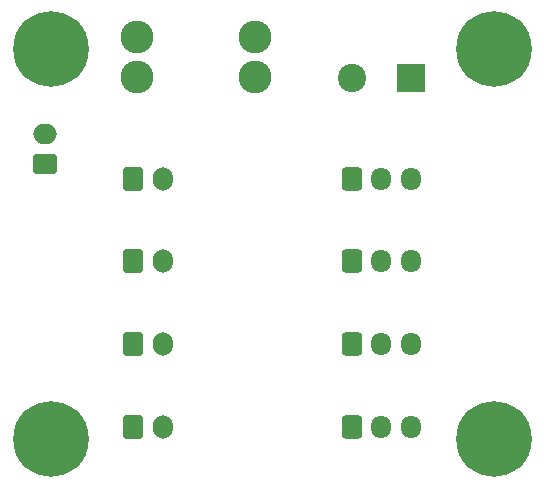
<source format=gbr>
%TF.GenerationSoftware,KiCad,Pcbnew,7.0.10*%
%TF.CreationDate,2024-02-05T17:12:21+01:00*%
%TF.ProjectId,led-driver-board-4gang,6c65642d-6472-4697-9665-722d626f6172,rev?*%
%TF.SameCoordinates,Original*%
%TF.FileFunction,Soldermask,Bot*%
%TF.FilePolarity,Negative*%
%FSLAX46Y46*%
G04 Gerber Fmt 4.6, Leading zero omitted, Abs format (unit mm)*
G04 Created by KiCad (PCBNEW 7.0.10) date 2024-02-05 17:12:21*
%MOMM*%
%LPD*%
G01*
G04 APERTURE LIST*
G04 Aperture macros list*
%AMRoundRect*
0 Rectangle with rounded corners*
0 $1 Rounding radius*
0 $2 $3 $4 $5 $6 $7 $8 $9 X,Y pos of 4 corners*
0 Add a 4 corners polygon primitive as box body*
4,1,4,$2,$3,$4,$5,$6,$7,$8,$9,$2,$3,0*
0 Add four circle primitives for the rounded corners*
1,1,$1+$1,$2,$3*
1,1,$1+$1,$4,$5*
1,1,$1+$1,$6,$7*
1,1,$1+$1,$8,$9*
0 Add four rect primitives between the rounded corners*
20,1,$1+$1,$2,$3,$4,$5,0*
20,1,$1+$1,$4,$5,$6,$7,0*
20,1,$1+$1,$6,$7,$8,$9,0*
20,1,$1+$1,$8,$9,$2,$3,0*%
G04 Aperture macros list end*
%ADD10RoundRect,0.250000X0.750000X-0.600000X0.750000X0.600000X-0.750000X0.600000X-0.750000X-0.600000X0*%
%ADD11O,2.000000X1.700000*%
%ADD12C,0.800000*%
%ADD13C,6.400000*%
%ADD14R,2.400000X2.400000*%
%ADD15C,2.400000*%
%ADD16RoundRect,0.250000X-0.600000X-0.750000X0.600000X-0.750000X0.600000X0.750000X-0.600000X0.750000X0*%
%ADD17O,1.700000X2.000000*%
%ADD18RoundRect,0.250000X-0.600000X-0.725000X0.600000X-0.725000X0.600000X0.725000X-0.600000X0.725000X0*%
%ADD19O,1.700000X1.950000*%
%ADD20C,2.780000*%
G04 APERTURE END LIST*
D10*
%TO.C,J10*%
X22475000Y-38750000D03*
D11*
X22475000Y-36250000D03*
%TD*%
D12*
%TO.C,H4*%
X58100000Y-62000000D03*
X58802944Y-60302944D03*
X58802944Y-63697056D03*
X60500000Y-59600000D03*
D13*
X60500000Y-62000000D03*
D12*
X60500000Y-64400000D03*
X62197056Y-60302944D03*
X62197056Y-63697056D03*
X62900000Y-62000000D03*
%TD*%
%TO.C,H3*%
X20600000Y-62000000D03*
X21302944Y-60302944D03*
X21302944Y-63697056D03*
X23000000Y-59600000D03*
D13*
X23000000Y-62000000D03*
D12*
X23000000Y-64400000D03*
X24697056Y-60302944D03*
X24697056Y-63697056D03*
X25400000Y-62000000D03*
%TD*%
%TO.C,H2*%
X58100000Y-29000000D03*
X58802944Y-27302944D03*
X58802944Y-30697056D03*
X60500000Y-26600000D03*
D13*
X60500000Y-29000000D03*
D12*
X60500000Y-31400000D03*
X62197056Y-27302944D03*
X62197056Y-30697056D03*
X62900000Y-29000000D03*
%TD*%
%TO.C,H1*%
X20600000Y-29000000D03*
X21302944Y-27302944D03*
X21302944Y-30697056D03*
X23000000Y-26600000D03*
D13*
X23000000Y-29000000D03*
D12*
X23000000Y-31400000D03*
X24697056Y-27302944D03*
X24697056Y-30697056D03*
X25400000Y-29000000D03*
%TD*%
D14*
%TO.C,J9*%
X53500000Y-31500000D03*
D15*
X48500000Y-31500000D03*
%TD*%
D16*
%TO.C,J8*%
X30000000Y-61000000D03*
D17*
X32500000Y-61000000D03*
%TD*%
D16*
%TO.C,J7*%
X30000000Y-54000000D03*
D17*
X32500000Y-54000000D03*
%TD*%
D16*
%TO.C,J6*%
X30000000Y-47000000D03*
D17*
X32500000Y-47000000D03*
%TD*%
D16*
%TO.C,J5*%
X30000000Y-40000000D03*
D17*
X32500000Y-40000000D03*
%TD*%
D18*
%TO.C,J4*%
X48500000Y-61000000D03*
D19*
X51000000Y-61000000D03*
X53500000Y-61000000D03*
%TD*%
D18*
%TO.C,J3*%
X48500000Y-54000000D03*
D19*
X51000000Y-54000000D03*
X53500000Y-54000000D03*
%TD*%
D18*
%TO.C,J2*%
X48500000Y-47000000D03*
D19*
X51000000Y-47000000D03*
X53500000Y-47000000D03*
%TD*%
D18*
%TO.C,J1*%
X48500000Y-40000000D03*
D19*
X51000000Y-40000000D03*
X53500000Y-40000000D03*
%TD*%
D20*
%TO.C,F1*%
X30330000Y-31400000D03*
X30330000Y-28000000D03*
X40250000Y-28000000D03*
X40250000Y-31400000D03*
%TD*%
M02*

</source>
